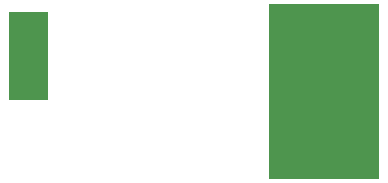
<source format=gbr>
%TF.GenerationSoftware,Altium Limited,Altium Designer,21.4.1 (30)*%
G04 Layer_Color=16711935*
%FSLAX45Y45*%
%MOMM*%
%TF.SameCoordinates,F4A6E2B2-E63A-418B-8CEE-B9A354165880*%
%TF.FilePolarity,Positive*%
%TF.FileFunction,Keep-out,Top*%
%TF.Part,Single*%
G01*
G75*
G36*
X-61086Y3742994D02*
Y2994994D01*
X264914D01*
Y3742994D01*
X-61086D01*
D02*
G37*
G36*
X3069200Y3813609D02*
Y2333000D01*
X2140200D01*
Y3813609D01*
X3069200D01*
D02*
G37*
%TF.MD5,009c36864b7e3d9563e1a543bd0d2f82*%
M02*

</source>
